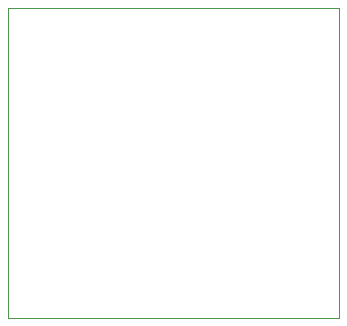
<source format=gbr>
%TF.GenerationSoftware,Altium Limited,Altium Designer,23.8.1 (32)*%
G04 Layer_Color=0*
%FSLAX43Y43*%
%MOMM*%
%TF.SameCoordinates,582071CA-0EC2-41F6-B836-5D022497499C*%
%TF.FilePolarity,Positive*%
%TF.FileFunction,Profile,NP*%
%TF.Part,Single*%
G01*
G75*
%TA.AperFunction,Profile*%
%ADD23C,0.025*%
D23*
X71250Y73750D02*
Y100000D01*
X99250D01*
Y73750D01*
X71250D01*
%TF.MD5,c4bff71b87fc34c8ac4280c228102999*%
M02*

</source>
